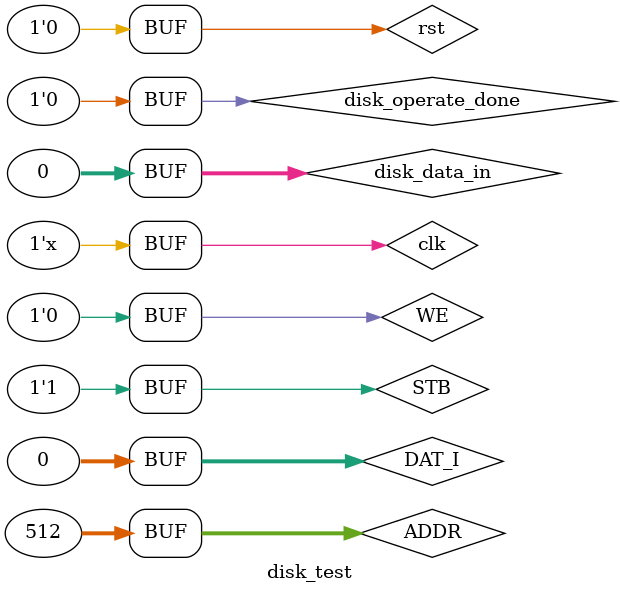
<source format=v>
`timescale 1ns / 1ps


module disk_test;

	// Inputs
	reg clk;
	reg rst;
	reg WE;
	reg STB;
	reg [31:0] ADDR;
	reg [31:0] DAT_I;
	reg disk_operate_done;
	reg [31:0] disk_data_in;

	// Outputs
	wire ACK;
	wire [31:0] DAT_O;
	wire [31:0] instruction;
	wire write_pause;
	wire read_pause;
	wire [8:0] disk_addr;
	wire [31:0] disk_data_out;

	// Instantiate the Unit Under Test (UUT)
	disk uut (
		.clk(clk), 
		.rst(rst), 
		.WE(WE), 
		.STB(STB), 
		.ACK(ACK), 
		.ADDR(ADDR), 
		.DAT_I(DAT_I), 
		.DAT_O(DAT_O), 
		.instruction(instruction), 
		.write_pause(write_pause), 
		.read_pause(read_pause), 
		.disk_operate_done(disk_operate_done), 
		.disk_addr(disk_addr), 
		.disk_data_in(disk_data_in), 
		.disk_data_out(disk_data_out)
	);

	initial begin
		// Initialize Inputs
		clk = 0;
		rst = 1;
		WE = 0;
		STB = 0;
		ADDR = 0;
		DAT_I = 0;
		disk_operate_done = 0;
		disk_data_in = 0;

		// Wait 100 ns for global reset to finish
		#100;
        
		// Add stimulus here
        rst = 0;
        STB = 1;
        ADDR = 32'h00000200;
        DAT_I = 32'h00000000;
        #100;
        disk_operate_done = 1;
        #8;
        disk_operate_done = 0;
	end
    
    always begin
        #4 clk = ~clk;
    end
      
endmodule


</source>
